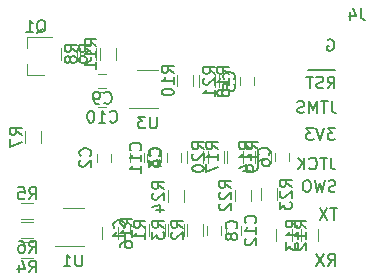
<source format=gbr>
G04 #@! TF.FileFunction,Legend,Bot*
%FSLAX46Y46*%
G04 Gerber Fmt 4.6, Leading zero omitted, Abs format (unit mm)*
G04 Created by KiCad (PCBNEW 4.0.7) date 11/14/17 20:41:01*
%MOMM*%
%LPD*%
G01*
G04 APERTURE LIST*
%ADD10C,0.100000*%
%ADD11C,0.153000*%
%ADD12C,0.120000*%
%ADD13C,0.150000*%
G04 APERTURE END LIST*
D10*
D11*
X145966666Y-118652381D02*
X146300000Y-118176190D01*
X146538095Y-118652381D02*
X146538095Y-117652381D01*
X146157142Y-117652381D01*
X146061904Y-117700000D01*
X146014285Y-117747619D01*
X145966666Y-117842857D01*
X145966666Y-117985714D01*
X146014285Y-118080952D01*
X146061904Y-118128571D01*
X146157142Y-118176190D01*
X146538095Y-118176190D01*
X145633333Y-117652381D02*
X144966666Y-118652381D01*
X144966666Y-117652381D02*
X145633333Y-118652381D01*
X146711905Y-113802381D02*
X146140476Y-113802381D01*
X146426191Y-114802381D02*
X146426191Y-113802381D01*
X145902381Y-113802381D02*
X145235714Y-114802381D01*
X145235714Y-113802381D02*
X145902381Y-114802381D01*
X146580952Y-112354762D02*
X146438095Y-112402381D01*
X146199999Y-112402381D01*
X146104761Y-112354762D01*
X146057142Y-112307143D01*
X146009523Y-112211905D01*
X146009523Y-112116667D01*
X146057142Y-112021429D01*
X146104761Y-111973810D01*
X146199999Y-111926190D01*
X146390476Y-111878571D01*
X146485714Y-111830952D01*
X146533333Y-111783333D01*
X146580952Y-111688095D01*
X146580952Y-111592857D01*
X146533333Y-111497619D01*
X146485714Y-111450000D01*
X146390476Y-111402381D01*
X146152380Y-111402381D01*
X146009523Y-111450000D01*
X145676190Y-111402381D02*
X145438095Y-112402381D01*
X145247618Y-111688095D01*
X145057142Y-112402381D01*
X144819047Y-111402381D01*
X144247619Y-111402381D02*
X144057142Y-111402381D01*
X143961904Y-111450000D01*
X143866666Y-111545238D01*
X143819047Y-111735714D01*
X143819047Y-112069048D01*
X143866666Y-112259524D01*
X143961904Y-112354762D01*
X144057142Y-112402381D01*
X144247619Y-112402381D01*
X144342857Y-112354762D01*
X144438095Y-112259524D01*
X144485714Y-112069048D01*
X144485714Y-111735714D01*
X144438095Y-111545238D01*
X144342857Y-111450000D01*
X144247619Y-111402381D01*
X146188095Y-109502381D02*
X146188095Y-110216667D01*
X146235715Y-110359524D01*
X146330953Y-110454762D01*
X146473810Y-110502381D01*
X146569048Y-110502381D01*
X145854762Y-109502381D02*
X145283333Y-109502381D01*
X145569048Y-110502381D02*
X145569048Y-109502381D01*
X144378571Y-110407143D02*
X144426190Y-110454762D01*
X144569047Y-110502381D01*
X144664285Y-110502381D01*
X144807143Y-110454762D01*
X144902381Y-110359524D01*
X144950000Y-110264286D01*
X144997619Y-110073810D01*
X144997619Y-109930952D01*
X144950000Y-109740476D01*
X144902381Y-109645238D01*
X144807143Y-109550000D01*
X144664285Y-109502381D01*
X144569047Y-109502381D01*
X144426190Y-109550000D01*
X144378571Y-109597619D01*
X143950000Y-110502381D02*
X143950000Y-109502381D01*
X143378571Y-110502381D02*
X143807143Y-109930952D01*
X143378571Y-109502381D02*
X143950000Y-110073810D01*
X146538095Y-107002381D02*
X145919047Y-107002381D01*
X146252381Y-107383333D01*
X146109523Y-107383333D01*
X146014285Y-107430952D01*
X145966666Y-107478571D01*
X145919047Y-107573810D01*
X145919047Y-107811905D01*
X145966666Y-107907143D01*
X146014285Y-107954762D01*
X146109523Y-108002381D01*
X146395238Y-108002381D01*
X146490476Y-107954762D01*
X146538095Y-107907143D01*
X145633333Y-107002381D02*
X145300000Y-108002381D01*
X144966666Y-107002381D01*
X144728571Y-107002381D02*
X144109523Y-107002381D01*
X144442857Y-107383333D01*
X144299999Y-107383333D01*
X144204761Y-107430952D01*
X144157142Y-107478571D01*
X144109523Y-107573810D01*
X144109523Y-107811905D01*
X144157142Y-107907143D01*
X144204761Y-107954762D01*
X144299999Y-108002381D01*
X144585714Y-108002381D01*
X144680952Y-107954762D01*
X144728571Y-107907143D01*
X146260714Y-104727381D02*
X146260714Y-105441667D01*
X146308334Y-105584524D01*
X146403572Y-105679762D01*
X146546429Y-105727381D01*
X146641667Y-105727381D01*
X145927381Y-104727381D02*
X145355952Y-104727381D01*
X145641667Y-105727381D02*
X145641667Y-104727381D01*
X145022619Y-105727381D02*
X145022619Y-104727381D01*
X144689285Y-105441667D01*
X144355952Y-104727381D01*
X144355952Y-105727381D01*
X143927381Y-105679762D02*
X143784524Y-105727381D01*
X143546428Y-105727381D01*
X143451190Y-105679762D01*
X143403571Y-105632143D01*
X143355952Y-105536905D01*
X143355952Y-105441667D01*
X143403571Y-105346429D01*
X143451190Y-105298810D01*
X143546428Y-105251190D01*
X143736905Y-105203571D01*
X143832143Y-105155952D01*
X143879762Y-105108333D01*
X143927381Y-105013095D01*
X143927381Y-104917857D01*
X143879762Y-104822619D01*
X143832143Y-104775000D01*
X143736905Y-104727381D01*
X143498809Y-104727381D01*
X143355952Y-104775000D01*
X146517857Y-102096119D02*
X145755952Y-102096119D01*
X145755952Y-102096119D02*
X144994047Y-102096119D01*
X144994047Y-102096119D02*
X144232142Y-102096119D01*
X145922619Y-103653881D02*
X146255953Y-103177690D01*
X146494048Y-103653881D02*
X146494048Y-102653881D01*
X146113095Y-102653881D01*
X146017857Y-102701500D01*
X145970238Y-102749119D01*
X145922619Y-102844357D01*
X145922619Y-102987214D01*
X145970238Y-103082452D01*
X146017857Y-103130071D01*
X146113095Y-103177690D01*
X146494048Y-103177690D01*
X145541667Y-103606262D02*
X145398810Y-103653881D01*
X145160714Y-103653881D01*
X145065476Y-103606262D01*
X145017857Y-103558643D01*
X144970238Y-103463405D01*
X144970238Y-103368167D01*
X145017857Y-103272929D01*
X145065476Y-103225310D01*
X145160714Y-103177690D01*
X145351191Y-103130071D01*
X145446429Y-103082452D01*
X145494048Y-103034833D01*
X145541667Y-102939595D01*
X145541667Y-102844357D01*
X145494048Y-102749119D01*
X145446429Y-102701500D01*
X145351191Y-102653881D01*
X145113095Y-102653881D01*
X144970238Y-102701500D01*
X144684524Y-102653881D02*
X144113095Y-102653881D01*
X144398810Y-103653881D02*
X144398810Y-102653881D01*
X145913095Y-99525000D02*
X146008333Y-99477381D01*
X146151190Y-99477381D01*
X146294048Y-99525000D01*
X146389286Y-99620238D01*
X146436905Y-99715476D01*
X146484524Y-99905952D01*
X146484524Y-100048810D01*
X146436905Y-100239286D01*
X146389286Y-100334524D01*
X146294048Y-100429762D01*
X146151190Y-100477381D01*
X146055952Y-100477381D01*
X145913095Y-100429762D01*
X145865476Y-100382143D01*
X145865476Y-100048810D01*
X146055952Y-100048810D01*
D12*
X133745000Y-113290000D02*
X133745000Y-112290000D01*
X132385000Y-112290000D02*
X132385000Y-113290000D01*
X140280000Y-112110000D02*
X140280000Y-113110000D01*
X141640000Y-113110000D02*
X141640000Y-112110000D01*
X139400000Y-113220000D02*
X139400000Y-112220000D01*
X138040000Y-112220000D02*
X138040000Y-113220000D01*
X134990000Y-102550000D02*
X134990000Y-103550000D01*
X136350000Y-103550000D02*
X136350000Y-102550000D01*
X134041600Y-108940000D02*
X134041600Y-109940000D01*
X135401600Y-109940000D02*
X135401600Y-108940000D01*
X135720000Y-115320000D02*
X135720000Y-116020000D01*
X136920000Y-116020000D02*
X136920000Y-115320000D01*
X142662200Y-109790000D02*
X142662200Y-109090000D01*
X141462200Y-109090000D02*
X141462200Y-109790000D01*
X139700000Y-103400000D02*
X139700000Y-102700000D01*
X138500000Y-102700000D02*
X138500000Y-103400000D01*
X133492800Y-109849400D02*
X133492800Y-109149400D01*
X132292800Y-109149400D02*
X132292800Y-109849400D01*
X126790000Y-115400000D02*
X126790000Y-116400000D01*
X128150000Y-116400000D02*
X128150000Y-115400000D01*
X145060912Y-116546150D02*
X145060912Y-115546150D01*
X143700912Y-115546150D02*
X143700912Y-116546150D01*
X141543600Y-115577000D02*
X141543600Y-116577000D01*
X142903600Y-116577000D02*
X142903600Y-115577000D01*
X123470000Y-113760000D02*
X125270000Y-113760000D01*
X125270000Y-116980000D02*
X122820000Y-116980000D01*
X138070000Y-103550000D02*
X138070000Y-102550000D01*
X136710000Y-102550000D02*
X136710000Y-103550000D01*
X137128800Y-109940000D02*
X137128800Y-108940000D01*
X135768800Y-108940000D02*
X135768800Y-109940000D01*
X137419800Y-108940000D02*
X137419800Y-109940000D01*
X138779800Y-109940000D02*
X138779800Y-108940000D01*
X141110000Y-109940000D02*
X141110000Y-108940000D01*
X139750000Y-108940000D02*
X139750000Y-109940000D01*
X128016200Y-101213400D02*
X128016200Y-100213400D01*
X126656200Y-100213400D02*
X126656200Y-101213400D01*
X134550000Y-103480000D02*
X134550000Y-102480000D01*
X133190000Y-102480000D02*
X133190000Y-103480000D01*
X123303400Y-100213400D02*
X123303400Y-101213400D01*
X124663400Y-101213400D02*
X124663400Y-100213400D01*
X126339800Y-101213400D02*
X126339800Y-100213400D01*
X124979800Y-100213400D02*
X124979800Y-101213400D01*
X121685600Y-108258800D02*
X121685600Y-107258800D01*
X120325600Y-107258800D02*
X120325600Y-108258800D01*
X120990600Y-114969200D02*
X119990600Y-114969200D01*
X119990600Y-116329200D02*
X120990600Y-116329200D01*
X119966600Y-114703600D02*
X120966600Y-114703600D01*
X120966600Y-113343600D02*
X119966600Y-113343600D01*
X120990600Y-116645600D02*
X119990600Y-116645600D01*
X119990600Y-118005600D02*
X120990600Y-118005600D01*
X133745000Y-116110400D02*
X133745000Y-115110400D01*
X132385000Y-115110400D02*
X132385000Y-116110400D01*
X135345200Y-116110400D02*
X135345200Y-115110400D01*
X133985200Y-115110400D02*
X133985200Y-116110400D01*
X132170200Y-116135800D02*
X132170200Y-115135800D01*
X130810200Y-115135800D02*
X130810200Y-116135800D01*
X120440000Y-102480000D02*
X120440000Y-101550000D01*
X120440000Y-99320000D02*
X120440000Y-100250000D01*
X120440000Y-99320000D02*
X122600000Y-99320000D01*
X120440000Y-102480000D02*
X121900000Y-102480000D01*
X131790000Y-109860000D02*
X131790000Y-109160000D01*
X130590000Y-109160000D02*
X130590000Y-109860000D01*
X127192600Y-102387600D02*
X126492600Y-102387600D01*
X126492600Y-103587600D02*
X127192600Y-103587600D01*
X129210000Y-109150000D02*
X129210000Y-109850000D01*
X130410000Y-109850000D02*
X130410000Y-109150000D01*
X127550000Y-109860000D02*
X127550000Y-109160000D01*
X126350000Y-109160000D02*
X126350000Y-109860000D01*
X130413800Y-115960400D02*
X130413800Y-115260400D01*
X129213800Y-115260400D02*
X129213800Y-115960400D01*
X137340000Y-115320000D02*
X137340000Y-116020000D01*
X138540000Y-116020000D02*
X138540000Y-115320000D01*
X127192600Y-103987800D02*
X126492600Y-103987800D01*
X126492600Y-105187800D02*
X127192600Y-105187800D01*
X129780000Y-102070000D02*
X131580000Y-102070000D01*
X131580000Y-105290000D02*
X129130000Y-105290000D01*
D13*
X132067381Y-112147143D02*
X131591190Y-111813809D01*
X132067381Y-111575714D02*
X131067381Y-111575714D01*
X131067381Y-111956667D01*
X131115000Y-112051905D01*
X131162619Y-112099524D01*
X131257857Y-112147143D01*
X131400714Y-112147143D01*
X131495952Y-112099524D01*
X131543571Y-112051905D01*
X131591190Y-111956667D01*
X131591190Y-111575714D01*
X131162619Y-112528095D02*
X131115000Y-112575714D01*
X131067381Y-112670952D01*
X131067381Y-112909048D01*
X131115000Y-113004286D01*
X131162619Y-113051905D01*
X131257857Y-113099524D01*
X131353095Y-113099524D01*
X131495952Y-113051905D01*
X132067381Y-112480476D01*
X132067381Y-113099524D01*
X131400714Y-113956667D02*
X132067381Y-113956667D01*
X131019762Y-113718571D02*
X131734048Y-113480476D01*
X131734048Y-114099524D01*
X142862381Y-111967143D02*
X142386190Y-111633809D01*
X142862381Y-111395714D02*
X141862381Y-111395714D01*
X141862381Y-111776667D01*
X141910000Y-111871905D01*
X141957619Y-111919524D01*
X142052857Y-111967143D01*
X142195714Y-111967143D01*
X142290952Y-111919524D01*
X142338571Y-111871905D01*
X142386190Y-111776667D01*
X142386190Y-111395714D01*
X141957619Y-112348095D02*
X141910000Y-112395714D01*
X141862381Y-112490952D01*
X141862381Y-112729048D01*
X141910000Y-112824286D01*
X141957619Y-112871905D01*
X142052857Y-112919524D01*
X142148095Y-112919524D01*
X142290952Y-112871905D01*
X142862381Y-112300476D01*
X142862381Y-112919524D01*
X141862381Y-113252857D02*
X141862381Y-113871905D01*
X142243333Y-113538571D01*
X142243333Y-113681429D01*
X142290952Y-113776667D01*
X142338571Y-113824286D01*
X142433810Y-113871905D01*
X142671905Y-113871905D01*
X142767143Y-113824286D01*
X142814762Y-113776667D01*
X142862381Y-113681429D01*
X142862381Y-113395714D01*
X142814762Y-113300476D01*
X142767143Y-113252857D01*
X137722381Y-112077143D02*
X137246190Y-111743809D01*
X137722381Y-111505714D02*
X136722381Y-111505714D01*
X136722381Y-111886667D01*
X136770000Y-111981905D01*
X136817619Y-112029524D01*
X136912857Y-112077143D01*
X137055714Y-112077143D01*
X137150952Y-112029524D01*
X137198571Y-111981905D01*
X137246190Y-111886667D01*
X137246190Y-111505714D01*
X136817619Y-112458095D02*
X136770000Y-112505714D01*
X136722381Y-112600952D01*
X136722381Y-112839048D01*
X136770000Y-112934286D01*
X136817619Y-112981905D01*
X136912857Y-113029524D01*
X137008095Y-113029524D01*
X137150952Y-112981905D01*
X137722381Y-112410476D01*
X137722381Y-113029524D01*
X136817619Y-113410476D02*
X136770000Y-113458095D01*
X136722381Y-113553333D01*
X136722381Y-113791429D01*
X136770000Y-113886667D01*
X136817619Y-113934286D01*
X136912857Y-113981905D01*
X137008095Y-113981905D01*
X137150952Y-113934286D01*
X137722381Y-113362857D01*
X137722381Y-113981905D01*
D11*
X148733333Y-96852381D02*
X148733333Y-97566667D01*
X148780953Y-97709524D01*
X148876191Y-97804762D01*
X149019048Y-97852381D01*
X149114286Y-97852381D01*
X147828571Y-97185714D02*
X147828571Y-97852381D01*
X148066667Y-96804762D02*
X148304762Y-97519048D01*
X147685714Y-97519048D01*
D13*
X137572381Y-102407143D02*
X137096190Y-102073809D01*
X137572381Y-101835714D02*
X136572381Y-101835714D01*
X136572381Y-102216667D01*
X136620000Y-102311905D01*
X136667619Y-102359524D01*
X136762857Y-102407143D01*
X136905714Y-102407143D01*
X137000952Y-102359524D01*
X137048571Y-102311905D01*
X137096190Y-102216667D01*
X137096190Y-101835714D01*
X137572381Y-103359524D02*
X137572381Y-102788095D01*
X137572381Y-103073809D02*
X136572381Y-103073809D01*
X136715238Y-102978571D01*
X136810476Y-102883333D01*
X136858095Y-102788095D01*
X137000952Y-103930952D02*
X136953333Y-103835714D01*
X136905714Y-103788095D01*
X136810476Y-103740476D01*
X136762857Y-103740476D01*
X136667619Y-103788095D01*
X136620000Y-103835714D01*
X136572381Y-103930952D01*
X136572381Y-104121429D01*
X136620000Y-104216667D01*
X136667619Y-104264286D01*
X136762857Y-104311905D01*
X136810476Y-104311905D01*
X136905714Y-104264286D01*
X136953333Y-104216667D01*
X137000952Y-104121429D01*
X137000952Y-103930952D01*
X137048571Y-103835714D01*
X137096190Y-103788095D01*
X137191429Y-103740476D01*
X137381905Y-103740476D01*
X137477143Y-103788095D01*
X137524762Y-103835714D01*
X137572381Y-103930952D01*
X137572381Y-104121429D01*
X137524762Y-104216667D01*
X137477143Y-104264286D01*
X137381905Y-104311905D01*
X137191429Y-104311905D01*
X137096190Y-104264286D01*
X137048571Y-104216667D01*
X137000952Y-104121429D01*
X136623981Y-108797143D02*
X136147790Y-108463809D01*
X136623981Y-108225714D02*
X135623981Y-108225714D01*
X135623981Y-108606667D01*
X135671600Y-108701905D01*
X135719219Y-108749524D01*
X135814457Y-108797143D01*
X135957314Y-108797143D01*
X136052552Y-108749524D01*
X136100171Y-108701905D01*
X136147790Y-108606667D01*
X136147790Y-108225714D01*
X136623981Y-109749524D02*
X136623981Y-109178095D01*
X136623981Y-109463809D02*
X135623981Y-109463809D01*
X135766838Y-109368571D01*
X135862076Y-109273333D01*
X135909695Y-109178095D01*
X135623981Y-110082857D02*
X135623981Y-110749524D01*
X136623981Y-110320952D01*
X138177143Y-115503334D02*
X138224762Y-115455715D01*
X138272381Y-115312858D01*
X138272381Y-115217620D01*
X138224762Y-115074762D01*
X138129524Y-114979524D01*
X138034286Y-114931905D01*
X137843810Y-114884286D01*
X137700952Y-114884286D01*
X137510476Y-114931905D01*
X137415238Y-114979524D01*
X137320000Y-115074762D01*
X137272381Y-115217620D01*
X137272381Y-115312858D01*
X137320000Y-115455715D01*
X137367619Y-115503334D01*
X137700952Y-116074762D02*
X137653333Y-115979524D01*
X137605714Y-115931905D01*
X137510476Y-115884286D01*
X137462857Y-115884286D01*
X137367619Y-115931905D01*
X137320000Y-115979524D01*
X137272381Y-116074762D01*
X137272381Y-116265239D01*
X137320000Y-116360477D01*
X137367619Y-116408096D01*
X137462857Y-116455715D01*
X137510476Y-116455715D01*
X137605714Y-116408096D01*
X137653333Y-116360477D01*
X137700952Y-116265239D01*
X137700952Y-116074762D01*
X137748571Y-115979524D01*
X137796190Y-115931905D01*
X137891429Y-115884286D01*
X138081905Y-115884286D01*
X138177143Y-115931905D01*
X138224762Y-115979524D01*
X138272381Y-116074762D01*
X138272381Y-116265239D01*
X138224762Y-116360477D01*
X138177143Y-116408096D01*
X138081905Y-116455715D01*
X137891429Y-116455715D01*
X137796190Y-116408096D01*
X137748571Y-116360477D01*
X137700952Y-116265239D01*
X140919343Y-109273334D02*
X140966962Y-109225715D01*
X141014581Y-109082858D01*
X141014581Y-108987620D01*
X140966962Y-108844762D01*
X140871724Y-108749524D01*
X140776486Y-108701905D01*
X140586010Y-108654286D01*
X140443152Y-108654286D01*
X140252676Y-108701905D01*
X140157438Y-108749524D01*
X140062200Y-108844762D01*
X140014581Y-108987620D01*
X140014581Y-109082858D01*
X140062200Y-109225715D01*
X140109819Y-109273334D01*
X140014581Y-110130477D02*
X140014581Y-109940000D01*
X140062200Y-109844762D01*
X140109819Y-109797143D01*
X140252676Y-109701905D01*
X140443152Y-109654286D01*
X140824105Y-109654286D01*
X140919343Y-109701905D01*
X140966962Y-109749524D01*
X141014581Y-109844762D01*
X141014581Y-110035239D01*
X140966962Y-110130477D01*
X140919343Y-110178096D01*
X140824105Y-110225715D01*
X140586010Y-110225715D01*
X140490771Y-110178096D01*
X140443152Y-110130477D01*
X140395533Y-110035239D01*
X140395533Y-109844762D01*
X140443152Y-109749524D01*
X140490771Y-109701905D01*
X140586010Y-109654286D01*
X137957143Y-102883334D02*
X138004762Y-102835715D01*
X138052381Y-102692858D01*
X138052381Y-102597620D01*
X138004762Y-102454762D01*
X137909524Y-102359524D01*
X137814286Y-102311905D01*
X137623810Y-102264286D01*
X137480952Y-102264286D01*
X137290476Y-102311905D01*
X137195238Y-102359524D01*
X137100000Y-102454762D01*
X137052381Y-102597620D01*
X137052381Y-102692858D01*
X137100000Y-102835715D01*
X137147619Y-102883334D01*
X137052381Y-103788096D02*
X137052381Y-103311905D01*
X137528571Y-103264286D01*
X137480952Y-103311905D01*
X137433333Y-103407143D01*
X137433333Y-103645239D01*
X137480952Y-103740477D01*
X137528571Y-103788096D01*
X137623810Y-103835715D01*
X137861905Y-103835715D01*
X137957143Y-103788096D01*
X138004762Y-103740477D01*
X138052381Y-103645239D01*
X138052381Y-103407143D01*
X138004762Y-103311905D01*
X137957143Y-103264286D01*
X131749943Y-109332734D02*
X131797562Y-109285115D01*
X131845181Y-109142258D01*
X131845181Y-109047020D01*
X131797562Y-108904162D01*
X131702324Y-108808924D01*
X131607086Y-108761305D01*
X131416610Y-108713686D01*
X131273752Y-108713686D01*
X131083276Y-108761305D01*
X130988038Y-108808924D01*
X130892800Y-108904162D01*
X130845181Y-109047020D01*
X130845181Y-109142258D01*
X130892800Y-109285115D01*
X130940419Y-109332734D01*
X131178514Y-110189877D02*
X131845181Y-110189877D01*
X130797562Y-109951781D02*
X131511848Y-109713686D01*
X131511848Y-110332734D01*
X129372381Y-115257143D02*
X128896190Y-114923809D01*
X129372381Y-114685714D02*
X128372381Y-114685714D01*
X128372381Y-115066667D01*
X128420000Y-115161905D01*
X128467619Y-115209524D01*
X128562857Y-115257143D01*
X128705714Y-115257143D01*
X128800952Y-115209524D01*
X128848571Y-115161905D01*
X128896190Y-115066667D01*
X128896190Y-114685714D01*
X129372381Y-116209524D02*
X129372381Y-115638095D01*
X129372381Y-115923809D02*
X128372381Y-115923809D01*
X128515238Y-115828571D01*
X128610476Y-115733333D01*
X128658095Y-115638095D01*
X128372381Y-117066667D02*
X128372381Y-116876190D01*
X128420000Y-116780952D01*
X128467619Y-116733333D01*
X128610476Y-116638095D01*
X128800952Y-116590476D01*
X129181905Y-116590476D01*
X129277143Y-116638095D01*
X129324762Y-116685714D01*
X129372381Y-116780952D01*
X129372381Y-116971429D01*
X129324762Y-117066667D01*
X129277143Y-117114286D01*
X129181905Y-117161905D01*
X128943810Y-117161905D01*
X128848571Y-117114286D01*
X128800952Y-117066667D01*
X128753333Y-116971429D01*
X128753333Y-116780952D01*
X128800952Y-116685714D01*
X128848571Y-116638095D01*
X128943810Y-116590476D01*
X143383293Y-115403293D02*
X142907102Y-115069959D01*
X143383293Y-114831864D02*
X142383293Y-114831864D01*
X142383293Y-115212817D01*
X142430912Y-115308055D01*
X142478531Y-115355674D01*
X142573769Y-115403293D01*
X142716626Y-115403293D01*
X142811864Y-115355674D01*
X142859483Y-115308055D01*
X142907102Y-115212817D01*
X142907102Y-114831864D01*
X143383293Y-116355674D02*
X143383293Y-115784245D01*
X143383293Y-116069959D02*
X142383293Y-116069959D01*
X142526150Y-115974721D01*
X142621388Y-115879483D01*
X142669007Y-115784245D01*
X142383293Y-116689007D02*
X142383293Y-117308055D01*
X142764245Y-116974721D01*
X142764245Y-117117579D01*
X142811864Y-117212817D01*
X142859483Y-117260436D01*
X142954722Y-117308055D01*
X143192817Y-117308055D01*
X143288055Y-117260436D01*
X143335674Y-117212817D01*
X143383293Y-117117579D01*
X143383293Y-116831864D01*
X143335674Y-116736626D01*
X143288055Y-116689007D01*
X144125981Y-115434143D02*
X143649790Y-115100809D01*
X144125981Y-114862714D02*
X143125981Y-114862714D01*
X143125981Y-115243667D01*
X143173600Y-115338905D01*
X143221219Y-115386524D01*
X143316457Y-115434143D01*
X143459314Y-115434143D01*
X143554552Y-115386524D01*
X143602171Y-115338905D01*
X143649790Y-115243667D01*
X143649790Y-114862714D01*
X144125981Y-116386524D02*
X144125981Y-115815095D01*
X144125981Y-116100809D02*
X143125981Y-116100809D01*
X143268838Y-116005571D01*
X143364076Y-115910333D01*
X143411695Y-115815095D01*
X143221219Y-116767476D02*
X143173600Y-116815095D01*
X143125981Y-116910333D01*
X143125981Y-117148429D01*
X143173600Y-117243667D01*
X143221219Y-117291286D01*
X143316457Y-117338905D01*
X143411695Y-117338905D01*
X143554552Y-117291286D01*
X144125981Y-116719857D01*
X144125981Y-117338905D01*
X125131905Y-117722381D02*
X125131905Y-118531905D01*
X125084286Y-118627143D01*
X125036667Y-118674762D01*
X124941429Y-118722381D01*
X124750952Y-118722381D01*
X124655714Y-118674762D01*
X124608095Y-118627143D01*
X124560476Y-118531905D01*
X124560476Y-117722381D01*
X123560476Y-118722381D02*
X124131905Y-118722381D01*
X123846191Y-118722381D02*
X123846191Y-117722381D01*
X123941429Y-117865238D01*
X124036667Y-117960476D01*
X124131905Y-118008095D01*
X136392381Y-102407143D02*
X135916190Y-102073809D01*
X136392381Y-101835714D02*
X135392381Y-101835714D01*
X135392381Y-102216667D01*
X135440000Y-102311905D01*
X135487619Y-102359524D01*
X135582857Y-102407143D01*
X135725714Y-102407143D01*
X135820952Y-102359524D01*
X135868571Y-102311905D01*
X135916190Y-102216667D01*
X135916190Y-101835714D01*
X135487619Y-102788095D02*
X135440000Y-102835714D01*
X135392381Y-102930952D01*
X135392381Y-103169048D01*
X135440000Y-103264286D01*
X135487619Y-103311905D01*
X135582857Y-103359524D01*
X135678095Y-103359524D01*
X135820952Y-103311905D01*
X136392381Y-102740476D01*
X136392381Y-103359524D01*
X136392381Y-104311905D02*
X136392381Y-103740476D01*
X136392381Y-104026190D02*
X135392381Y-104026190D01*
X135535238Y-103930952D01*
X135630476Y-103835714D01*
X135678095Y-103740476D01*
X135451181Y-108797143D02*
X134974990Y-108463809D01*
X135451181Y-108225714D02*
X134451181Y-108225714D01*
X134451181Y-108606667D01*
X134498800Y-108701905D01*
X134546419Y-108749524D01*
X134641657Y-108797143D01*
X134784514Y-108797143D01*
X134879752Y-108749524D01*
X134927371Y-108701905D01*
X134974990Y-108606667D01*
X134974990Y-108225714D01*
X134546419Y-109178095D02*
X134498800Y-109225714D01*
X134451181Y-109320952D01*
X134451181Y-109559048D01*
X134498800Y-109654286D01*
X134546419Y-109701905D01*
X134641657Y-109749524D01*
X134736895Y-109749524D01*
X134879752Y-109701905D01*
X135451181Y-109130476D01*
X135451181Y-109749524D01*
X134451181Y-110368571D02*
X134451181Y-110463810D01*
X134498800Y-110559048D01*
X134546419Y-110606667D01*
X134641657Y-110654286D01*
X134832133Y-110701905D01*
X135070229Y-110701905D01*
X135260705Y-110654286D01*
X135355943Y-110606667D01*
X135403562Y-110559048D01*
X135451181Y-110463810D01*
X135451181Y-110368571D01*
X135403562Y-110273333D01*
X135355943Y-110225714D01*
X135260705Y-110178095D01*
X135070229Y-110130476D01*
X134832133Y-110130476D01*
X134641657Y-110178095D01*
X134546419Y-110225714D01*
X134498800Y-110273333D01*
X134451181Y-110368571D01*
X140002181Y-108797143D02*
X139525990Y-108463809D01*
X140002181Y-108225714D02*
X139002181Y-108225714D01*
X139002181Y-108606667D01*
X139049800Y-108701905D01*
X139097419Y-108749524D01*
X139192657Y-108797143D01*
X139335514Y-108797143D01*
X139430752Y-108749524D01*
X139478371Y-108701905D01*
X139525990Y-108606667D01*
X139525990Y-108225714D01*
X140002181Y-109749524D02*
X140002181Y-109178095D01*
X140002181Y-109463809D02*
X139002181Y-109463809D01*
X139145038Y-109368571D01*
X139240276Y-109273333D01*
X139287895Y-109178095D01*
X140002181Y-110225714D02*
X140002181Y-110416190D01*
X139954562Y-110511429D01*
X139906943Y-110559048D01*
X139764086Y-110654286D01*
X139573610Y-110701905D01*
X139192657Y-110701905D01*
X139097419Y-110654286D01*
X139049800Y-110606667D01*
X139002181Y-110511429D01*
X139002181Y-110320952D01*
X139049800Y-110225714D01*
X139097419Y-110178095D01*
X139192657Y-110130476D01*
X139430752Y-110130476D01*
X139525990Y-110178095D01*
X139573610Y-110225714D01*
X139621229Y-110320952D01*
X139621229Y-110511429D01*
X139573610Y-110606667D01*
X139525990Y-110654286D01*
X139430752Y-110701905D01*
X139432381Y-108797143D02*
X138956190Y-108463809D01*
X139432381Y-108225714D02*
X138432381Y-108225714D01*
X138432381Y-108606667D01*
X138480000Y-108701905D01*
X138527619Y-108749524D01*
X138622857Y-108797143D01*
X138765714Y-108797143D01*
X138860952Y-108749524D01*
X138908571Y-108701905D01*
X138956190Y-108606667D01*
X138956190Y-108225714D01*
X139432381Y-109749524D02*
X139432381Y-109178095D01*
X139432381Y-109463809D02*
X138432381Y-109463809D01*
X138575238Y-109368571D01*
X138670476Y-109273333D01*
X138718095Y-109178095D01*
X138765714Y-110606667D02*
X139432381Y-110606667D01*
X138384762Y-110368571D02*
X139099048Y-110130476D01*
X139099048Y-110749524D01*
X126338581Y-100070543D02*
X125862390Y-99737209D01*
X126338581Y-99499114D02*
X125338581Y-99499114D01*
X125338581Y-99880067D01*
X125386200Y-99975305D01*
X125433819Y-100022924D01*
X125529057Y-100070543D01*
X125671914Y-100070543D01*
X125767152Y-100022924D01*
X125814771Y-99975305D01*
X125862390Y-99880067D01*
X125862390Y-99499114D01*
X126338581Y-101022924D02*
X126338581Y-100451495D01*
X126338581Y-100737209D02*
X125338581Y-100737209D01*
X125481438Y-100641971D01*
X125576676Y-100546733D01*
X125624295Y-100451495D01*
X126338581Y-101975305D02*
X126338581Y-101403876D01*
X126338581Y-101689590D02*
X125338581Y-101689590D01*
X125481438Y-101594352D01*
X125576676Y-101499114D01*
X125624295Y-101403876D01*
X132872381Y-102337143D02*
X132396190Y-102003809D01*
X132872381Y-101765714D02*
X131872381Y-101765714D01*
X131872381Y-102146667D01*
X131920000Y-102241905D01*
X131967619Y-102289524D01*
X132062857Y-102337143D01*
X132205714Y-102337143D01*
X132300952Y-102289524D01*
X132348571Y-102241905D01*
X132396190Y-102146667D01*
X132396190Y-101765714D01*
X132872381Y-103289524D02*
X132872381Y-102718095D01*
X132872381Y-103003809D02*
X131872381Y-103003809D01*
X132015238Y-102908571D01*
X132110476Y-102813333D01*
X132158095Y-102718095D01*
X131872381Y-103908571D02*
X131872381Y-104003810D01*
X131920000Y-104099048D01*
X131967619Y-104146667D01*
X132062857Y-104194286D01*
X132253333Y-104241905D01*
X132491429Y-104241905D01*
X132681905Y-104194286D01*
X132777143Y-104146667D01*
X132824762Y-104099048D01*
X132872381Y-104003810D01*
X132872381Y-103908571D01*
X132824762Y-103813333D01*
X132777143Y-103765714D01*
X132681905Y-103718095D01*
X132491429Y-103670476D01*
X132253333Y-103670476D01*
X132062857Y-103718095D01*
X131967619Y-103765714D01*
X131920000Y-103813333D01*
X131872381Y-103908571D01*
X125885781Y-100546734D02*
X125409590Y-100213400D01*
X125885781Y-99975305D02*
X124885781Y-99975305D01*
X124885781Y-100356258D01*
X124933400Y-100451496D01*
X124981019Y-100499115D01*
X125076257Y-100546734D01*
X125219114Y-100546734D01*
X125314352Y-100499115D01*
X125361971Y-100451496D01*
X125409590Y-100356258D01*
X125409590Y-99975305D01*
X125885781Y-101022924D02*
X125885781Y-101213400D01*
X125838162Y-101308639D01*
X125790543Y-101356258D01*
X125647686Y-101451496D01*
X125457210Y-101499115D01*
X125076257Y-101499115D01*
X124981019Y-101451496D01*
X124933400Y-101403877D01*
X124885781Y-101308639D01*
X124885781Y-101118162D01*
X124933400Y-101022924D01*
X124981019Y-100975305D01*
X125076257Y-100927686D01*
X125314352Y-100927686D01*
X125409590Y-100975305D01*
X125457210Y-101022924D01*
X125504829Y-101118162D01*
X125504829Y-101308639D01*
X125457210Y-101403877D01*
X125409590Y-101451496D01*
X125314352Y-101499115D01*
X124662181Y-100546734D02*
X124185990Y-100213400D01*
X124662181Y-99975305D02*
X123662181Y-99975305D01*
X123662181Y-100356258D01*
X123709800Y-100451496D01*
X123757419Y-100499115D01*
X123852657Y-100546734D01*
X123995514Y-100546734D01*
X124090752Y-100499115D01*
X124138371Y-100451496D01*
X124185990Y-100356258D01*
X124185990Y-99975305D01*
X124090752Y-101118162D02*
X124043133Y-101022924D01*
X123995514Y-100975305D01*
X123900276Y-100927686D01*
X123852657Y-100927686D01*
X123757419Y-100975305D01*
X123709800Y-101022924D01*
X123662181Y-101118162D01*
X123662181Y-101308639D01*
X123709800Y-101403877D01*
X123757419Y-101451496D01*
X123852657Y-101499115D01*
X123900276Y-101499115D01*
X123995514Y-101451496D01*
X124043133Y-101403877D01*
X124090752Y-101308639D01*
X124090752Y-101118162D01*
X124138371Y-101022924D01*
X124185990Y-100975305D01*
X124281229Y-100927686D01*
X124471705Y-100927686D01*
X124566943Y-100975305D01*
X124614562Y-101022924D01*
X124662181Y-101118162D01*
X124662181Y-101308639D01*
X124614562Y-101403877D01*
X124566943Y-101451496D01*
X124471705Y-101499115D01*
X124281229Y-101499115D01*
X124185990Y-101451496D01*
X124138371Y-101403877D01*
X124090752Y-101308639D01*
X120007981Y-107592134D02*
X119531790Y-107258800D01*
X120007981Y-107020705D02*
X119007981Y-107020705D01*
X119007981Y-107401658D01*
X119055600Y-107496896D01*
X119103219Y-107544515D01*
X119198457Y-107592134D01*
X119341314Y-107592134D01*
X119436552Y-107544515D01*
X119484171Y-107496896D01*
X119531790Y-107401658D01*
X119531790Y-107020705D01*
X119007981Y-107925467D02*
X119007981Y-108592134D01*
X120007981Y-108163562D01*
X120657266Y-117551581D02*
X120990600Y-117075390D01*
X121228695Y-117551581D02*
X121228695Y-116551581D01*
X120847742Y-116551581D01*
X120752504Y-116599200D01*
X120704885Y-116646819D01*
X120657266Y-116742057D01*
X120657266Y-116884914D01*
X120704885Y-116980152D01*
X120752504Y-117027771D01*
X120847742Y-117075390D01*
X121228695Y-117075390D01*
X119800123Y-116551581D02*
X119990600Y-116551581D01*
X120085838Y-116599200D01*
X120133457Y-116646819D01*
X120228695Y-116789676D01*
X120276314Y-116980152D01*
X120276314Y-117361105D01*
X120228695Y-117456343D01*
X120181076Y-117503962D01*
X120085838Y-117551581D01*
X119895361Y-117551581D01*
X119800123Y-117503962D01*
X119752504Y-117456343D01*
X119704885Y-117361105D01*
X119704885Y-117123010D01*
X119752504Y-117027771D01*
X119800123Y-116980152D01*
X119895361Y-116932533D01*
X120085838Y-116932533D01*
X120181076Y-116980152D01*
X120228695Y-117027771D01*
X120276314Y-117123010D01*
X120633266Y-113025981D02*
X120966600Y-112549790D01*
X121204695Y-113025981D02*
X121204695Y-112025981D01*
X120823742Y-112025981D01*
X120728504Y-112073600D01*
X120680885Y-112121219D01*
X120633266Y-112216457D01*
X120633266Y-112359314D01*
X120680885Y-112454552D01*
X120728504Y-112502171D01*
X120823742Y-112549790D01*
X121204695Y-112549790D01*
X119728504Y-112025981D02*
X120204695Y-112025981D01*
X120252314Y-112502171D01*
X120204695Y-112454552D01*
X120109457Y-112406933D01*
X119871361Y-112406933D01*
X119776123Y-112454552D01*
X119728504Y-112502171D01*
X119680885Y-112597410D01*
X119680885Y-112835505D01*
X119728504Y-112930743D01*
X119776123Y-112978362D01*
X119871361Y-113025981D01*
X120109457Y-113025981D01*
X120204695Y-112978362D01*
X120252314Y-112930743D01*
X120657266Y-119227981D02*
X120990600Y-118751790D01*
X121228695Y-119227981D02*
X121228695Y-118227981D01*
X120847742Y-118227981D01*
X120752504Y-118275600D01*
X120704885Y-118323219D01*
X120657266Y-118418457D01*
X120657266Y-118561314D01*
X120704885Y-118656552D01*
X120752504Y-118704171D01*
X120847742Y-118751790D01*
X121228695Y-118751790D01*
X119800123Y-118561314D02*
X119800123Y-119227981D01*
X120038219Y-118180362D02*
X120276314Y-118894648D01*
X119657266Y-118894648D01*
X132067381Y-115443734D02*
X131591190Y-115110400D01*
X132067381Y-114872305D02*
X131067381Y-114872305D01*
X131067381Y-115253258D01*
X131115000Y-115348496D01*
X131162619Y-115396115D01*
X131257857Y-115443734D01*
X131400714Y-115443734D01*
X131495952Y-115396115D01*
X131543571Y-115348496D01*
X131591190Y-115253258D01*
X131591190Y-114872305D01*
X131067381Y-115777067D02*
X131067381Y-116396115D01*
X131448333Y-116062781D01*
X131448333Y-116205639D01*
X131495952Y-116300877D01*
X131543571Y-116348496D01*
X131638810Y-116396115D01*
X131876905Y-116396115D01*
X131972143Y-116348496D01*
X132019762Y-116300877D01*
X132067381Y-116205639D01*
X132067381Y-115919924D01*
X132019762Y-115824686D01*
X131972143Y-115777067D01*
X133667581Y-115443734D02*
X133191390Y-115110400D01*
X133667581Y-114872305D02*
X132667581Y-114872305D01*
X132667581Y-115253258D01*
X132715200Y-115348496D01*
X132762819Y-115396115D01*
X132858057Y-115443734D01*
X133000914Y-115443734D01*
X133096152Y-115396115D01*
X133143771Y-115348496D01*
X133191390Y-115253258D01*
X133191390Y-114872305D01*
X132762819Y-115824686D02*
X132715200Y-115872305D01*
X132667581Y-115967543D01*
X132667581Y-116205639D01*
X132715200Y-116300877D01*
X132762819Y-116348496D01*
X132858057Y-116396115D01*
X132953295Y-116396115D01*
X133096152Y-116348496D01*
X133667581Y-115777067D01*
X133667581Y-116396115D01*
X130492581Y-115469134D02*
X130016390Y-115135800D01*
X130492581Y-114897705D02*
X129492581Y-114897705D01*
X129492581Y-115278658D01*
X129540200Y-115373896D01*
X129587819Y-115421515D01*
X129683057Y-115469134D01*
X129825914Y-115469134D01*
X129921152Y-115421515D01*
X129968771Y-115373896D01*
X130016390Y-115278658D01*
X130016390Y-114897705D01*
X130492581Y-116421515D02*
X130492581Y-115850086D01*
X130492581Y-116135800D02*
X129492581Y-116135800D01*
X129635438Y-116040562D01*
X129730676Y-115945324D01*
X129778295Y-115850086D01*
X121295238Y-98947619D02*
X121390476Y-98900000D01*
X121485714Y-98804762D01*
X121628571Y-98661905D01*
X121723810Y-98614286D01*
X121819048Y-98614286D01*
X121771429Y-98852381D02*
X121866667Y-98804762D01*
X121961905Y-98709524D01*
X122009524Y-98519048D01*
X122009524Y-98185714D01*
X121961905Y-97995238D01*
X121866667Y-97900000D01*
X121771429Y-97852381D01*
X121580952Y-97852381D01*
X121485714Y-97900000D01*
X121390476Y-97995238D01*
X121342857Y-98185714D01*
X121342857Y-98519048D01*
X121390476Y-98709524D01*
X121485714Y-98804762D01*
X121580952Y-98852381D01*
X121771429Y-98852381D01*
X120390476Y-98852381D02*
X120961905Y-98852381D01*
X120676191Y-98852381D02*
X120676191Y-97852381D01*
X120771429Y-97995238D01*
X120866667Y-98090476D01*
X120961905Y-98138095D01*
X130047143Y-108867143D02*
X130094762Y-108819524D01*
X130142381Y-108676667D01*
X130142381Y-108581429D01*
X130094762Y-108438571D01*
X129999524Y-108343333D01*
X129904286Y-108295714D01*
X129713810Y-108248095D01*
X129570952Y-108248095D01*
X129380476Y-108295714D01*
X129285238Y-108343333D01*
X129190000Y-108438571D01*
X129142381Y-108581429D01*
X129142381Y-108676667D01*
X129190000Y-108819524D01*
X129237619Y-108867143D01*
X130142381Y-109819524D02*
X130142381Y-109248095D01*
X130142381Y-109533809D02*
X129142381Y-109533809D01*
X129285238Y-109438571D01*
X129380476Y-109343333D01*
X129428095Y-109248095D01*
X130142381Y-110771905D02*
X130142381Y-110200476D01*
X130142381Y-110486190D02*
X129142381Y-110486190D01*
X129285238Y-110390952D01*
X129380476Y-110295714D01*
X129428095Y-110200476D01*
X127009266Y-104844743D02*
X127056885Y-104892362D01*
X127199742Y-104939981D01*
X127294980Y-104939981D01*
X127437838Y-104892362D01*
X127533076Y-104797124D01*
X127580695Y-104701886D01*
X127628314Y-104511410D01*
X127628314Y-104368552D01*
X127580695Y-104178076D01*
X127533076Y-104082838D01*
X127437838Y-103987600D01*
X127294980Y-103939981D01*
X127199742Y-103939981D01*
X127056885Y-103987600D01*
X127009266Y-104035219D01*
X126533076Y-104939981D02*
X126342600Y-104939981D01*
X126247361Y-104892362D01*
X126199742Y-104844743D01*
X126104504Y-104701886D01*
X126056885Y-104511410D01*
X126056885Y-104130457D01*
X126104504Y-104035219D01*
X126152123Y-103987600D01*
X126247361Y-103939981D01*
X126437838Y-103939981D01*
X126533076Y-103987600D01*
X126580695Y-104035219D01*
X126628314Y-104130457D01*
X126628314Y-104368552D01*
X126580695Y-104463790D01*
X126533076Y-104511410D01*
X126437838Y-104559029D01*
X126247361Y-104559029D01*
X126152123Y-104511410D01*
X126104504Y-104463790D01*
X126056885Y-104368552D01*
X131667143Y-109333334D02*
X131714762Y-109285715D01*
X131762381Y-109142858D01*
X131762381Y-109047620D01*
X131714762Y-108904762D01*
X131619524Y-108809524D01*
X131524286Y-108761905D01*
X131333810Y-108714286D01*
X131190952Y-108714286D01*
X131000476Y-108761905D01*
X130905238Y-108809524D01*
X130810000Y-108904762D01*
X130762381Y-109047620D01*
X130762381Y-109142858D01*
X130810000Y-109285715D01*
X130857619Y-109333334D01*
X130762381Y-109666667D02*
X130762381Y-110285715D01*
X131143333Y-109952381D01*
X131143333Y-110095239D01*
X131190952Y-110190477D01*
X131238571Y-110238096D01*
X131333810Y-110285715D01*
X131571905Y-110285715D01*
X131667143Y-110238096D01*
X131714762Y-110190477D01*
X131762381Y-110095239D01*
X131762381Y-109809524D01*
X131714762Y-109714286D01*
X131667143Y-109666667D01*
X125807143Y-109343334D02*
X125854762Y-109295715D01*
X125902381Y-109152858D01*
X125902381Y-109057620D01*
X125854762Y-108914762D01*
X125759524Y-108819524D01*
X125664286Y-108771905D01*
X125473810Y-108724286D01*
X125330952Y-108724286D01*
X125140476Y-108771905D01*
X125045238Y-108819524D01*
X124950000Y-108914762D01*
X124902381Y-109057620D01*
X124902381Y-109152858D01*
X124950000Y-109295715D01*
X124997619Y-109343334D01*
X124997619Y-109724286D02*
X124950000Y-109771905D01*
X124902381Y-109867143D01*
X124902381Y-110105239D01*
X124950000Y-110200477D01*
X124997619Y-110248096D01*
X125092857Y-110295715D01*
X125188095Y-110295715D01*
X125330952Y-110248096D01*
X125902381Y-109676667D01*
X125902381Y-110295715D01*
X128670943Y-115443734D02*
X128718562Y-115396115D01*
X128766181Y-115253258D01*
X128766181Y-115158020D01*
X128718562Y-115015162D01*
X128623324Y-114919924D01*
X128528086Y-114872305D01*
X128337610Y-114824686D01*
X128194752Y-114824686D01*
X128004276Y-114872305D01*
X127909038Y-114919924D01*
X127813800Y-115015162D01*
X127766181Y-115158020D01*
X127766181Y-115253258D01*
X127813800Y-115396115D01*
X127861419Y-115443734D01*
X128766181Y-116396115D02*
X128766181Y-115824686D01*
X128766181Y-116110400D02*
X127766181Y-116110400D01*
X127909038Y-116015162D01*
X128004276Y-115919924D01*
X128051895Y-115824686D01*
X139797143Y-115027143D02*
X139844762Y-114979524D01*
X139892381Y-114836667D01*
X139892381Y-114741429D01*
X139844762Y-114598571D01*
X139749524Y-114503333D01*
X139654286Y-114455714D01*
X139463810Y-114408095D01*
X139320952Y-114408095D01*
X139130476Y-114455714D01*
X139035238Y-114503333D01*
X138940000Y-114598571D01*
X138892381Y-114741429D01*
X138892381Y-114836667D01*
X138940000Y-114979524D01*
X138987619Y-115027143D01*
X139892381Y-115979524D02*
X139892381Y-115408095D01*
X139892381Y-115693809D02*
X138892381Y-115693809D01*
X139035238Y-115598571D01*
X139130476Y-115503333D01*
X139178095Y-115408095D01*
X138987619Y-116360476D02*
X138940000Y-116408095D01*
X138892381Y-116503333D01*
X138892381Y-116741429D01*
X138940000Y-116836667D01*
X138987619Y-116884286D01*
X139082857Y-116931905D01*
X139178095Y-116931905D01*
X139320952Y-116884286D01*
X139892381Y-116312857D01*
X139892381Y-116931905D01*
X127485457Y-106444943D02*
X127533076Y-106492562D01*
X127675933Y-106540181D01*
X127771171Y-106540181D01*
X127914029Y-106492562D01*
X128009267Y-106397324D01*
X128056886Y-106302086D01*
X128104505Y-106111610D01*
X128104505Y-105968752D01*
X128056886Y-105778276D01*
X128009267Y-105683038D01*
X127914029Y-105587800D01*
X127771171Y-105540181D01*
X127675933Y-105540181D01*
X127533076Y-105587800D01*
X127485457Y-105635419D01*
X126533076Y-106540181D02*
X127104505Y-106540181D01*
X126818791Y-106540181D02*
X126818791Y-105540181D01*
X126914029Y-105683038D01*
X127009267Y-105778276D01*
X127104505Y-105825895D01*
X125914029Y-105540181D02*
X125818790Y-105540181D01*
X125723552Y-105587800D01*
X125675933Y-105635419D01*
X125628314Y-105730657D01*
X125580695Y-105921133D01*
X125580695Y-106159229D01*
X125628314Y-106349705D01*
X125675933Y-106444943D01*
X125723552Y-106492562D01*
X125818790Y-106540181D01*
X125914029Y-106540181D01*
X126009267Y-106492562D01*
X126056886Y-106444943D01*
X126104505Y-106349705D01*
X126152124Y-106159229D01*
X126152124Y-105921133D01*
X126104505Y-105730657D01*
X126056886Y-105635419D01*
X126009267Y-105587800D01*
X125914029Y-105540181D01*
X131441905Y-106032381D02*
X131441905Y-106841905D01*
X131394286Y-106937143D01*
X131346667Y-106984762D01*
X131251429Y-107032381D01*
X131060952Y-107032381D01*
X130965714Y-106984762D01*
X130918095Y-106937143D01*
X130870476Y-106841905D01*
X130870476Y-106032381D01*
X130489524Y-106032381D02*
X129870476Y-106032381D01*
X130203810Y-106413333D01*
X130060952Y-106413333D01*
X129965714Y-106460952D01*
X129918095Y-106508571D01*
X129870476Y-106603810D01*
X129870476Y-106841905D01*
X129918095Y-106937143D01*
X129965714Y-106984762D01*
X130060952Y-107032381D01*
X130346667Y-107032381D01*
X130441905Y-106984762D01*
X130489524Y-106937143D01*
M02*

</source>
